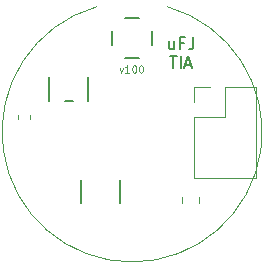
<source format=gbr>
G04 #@! TF.GenerationSoftware,KiCad,Pcbnew,5.99.0-unknown-4135f0c~100~ubuntu18.04.1*
G04 #@! TF.CreationDate,2019-11-01T15:59:21-04:00*
G04 #@! TF.ProjectId,tia,7469612e-6b69-4636-9164-5f7063625858,rev?*
G04 #@! TF.SameCoordinates,Original*
G04 #@! TF.FileFunction,Legend,Top*
G04 #@! TF.FilePolarity,Positive*
%FSLAX46Y46*%
G04 Gerber Fmt 4.6, Leading zero omitted, Abs format (unit mm)*
G04 Created by KiCad (PCBNEW 5.99.0-unknown-4135f0c~100~ubuntu18.04.1) date 2019-11-01 15:59:21*
%MOMM*%
%LPD*%
G04 APERTURE LIST*
%ADD10C,0.100000*%
%ADD11C,0.200000*%
%ADD12C,0.120000*%
%ADD13C,0.152400*%
G04 APERTURE END LIST*
D10*
X198950000Y-94571428D02*
X199092857Y-94971428D01*
X199235714Y-94571428D01*
X199778571Y-94971428D02*
X199435714Y-94971428D01*
X199607142Y-94971428D02*
X199607142Y-94371428D01*
X199550000Y-94457142D01*
X199492857Y-94514285D01*
X199435714Y-94542857D01*
X200150000Y-94371428D02*
X200207142Y-94371428D01*
X200264285Y-94400000D01*
X200292857Y-94428571D01*
X200321428Y-94485714D01*
X200350000Y-94600000D01*
X200350000Y-94742857D01*
X200321428Y-94857142D01*
X200292857Y-94914285D01*
X200264285Y-94942857D01*
X200207142Y-94971428D01*
X200150000Y-94971428D01*
X200092857Y-94942857D01*
X200064285Y-94914285D01*
X200035714Y-94857142D01*
X200007142Y-94742857D01*
X200007142Y-94600000D01*
X200035714Y-94485714D01*
X200064285Y-94428571D01*
X200092857Y-94400000D01*
X200150000Y-94371428D01*
X200721428Y-94371428D02*
X200778571Y-94371428D01*
X200835714Y-94400000D01*
X200864285Y-94428571D01*
X200892857Y-94485714D01*
X200921428Y-94600000D01*
X200921428Y-94742857D01*
X200892857Y-94857142D01*
X200864285Y-94914285D01*
X200835714Y-94942857D01*
X200778571Y-94971428D01*
X200721428Y-94971428D01*
X200664285Y-94942857D01*
X200635714Y-94914285D01*
X200607142Y-94857142D01*
X200578571Y-94742857D01*
X200578571Y-94600000D01*
X200607142Y-94485714D01*
X200635714Y-94428571D01*
X200664285Y-94400000D01*
X200721428Y-94371428D01*
D11*
X203554761Y-92330714D02*
X203554761Y-92997380D01*
X203126190Y-92330714D02*
X203126190Y-92854523D01*
X203173809Y-92949761D01*
X203269047Y-92997380D01*
X203411904Y-92997380D01*
X203507142Y-92949761D01*
X203554761Y-92902142D01*
X204364285Y-92473571D02*
X204030952Y-92473571D01*
X204030952Y-92997380D02*
X204030952Y-91997380D01*
X204507142Y-91997380D01*
X205173809Y-91997380D02*
X205173809Y-92711666D01*
X205126190Y-92854523D01*
X205030952Y-92949761D01*
X204888095Y-92997380D01*
X204792857Y-92997380D01*
X203197619Y-93607380D02*
X203769047Y-93607380D01*
X203483333Y-94607380D02*
X203483333Y-93607380D01*
X204102380Y-94607380D02*
X204102380Y-93607380D01*
X204530952Y-94321666D02*
X205007142Y-94321666D01*
X204435714Y-94607380D02*
X204769047Y-93607380D01*
X205102380Y-94607380D01*
D12*
X203010749Y-89407366D02*
G75*
G02X196980000Y-89410000I-3010749J-10592634D01*
G01*
D11*
X198275000Y-91440000D02*
X198275000Y-92640000D01*
X199400000Y-93765000D02*
X200600000Y-93765000D01*
X201725000Y-91440000D02*
X201725000Y-92640000D01*
X199400000Y-90315000D02*
X200600000Y-90315000D01*
D12*
X205270000Y-103910000D02*
X210470000Y-103910000D01*
X205270000Y-98770000D02*
X205270000Y-103910000D01*
X210470000Y-96170000D02*
X210470000Y-103910000D01*
X205270000Y-98770000D02*
X207870000Y-98770000D01*
X207870000Y-98770000D02*
X207870000Y-96170000D01*
X207870000Y-96170000D02*
X210470000Y-96170000D01*
X205270000Y-97500000D02*
X205270000Y-96170000D01*
X205270000Y-96170000D02*
X206600000Y-96170000D01*
D13*
X196301000Y-97363300D02*
X196301000Y-95356700D01*
X194312139Y-97363300D02*
X194987861Y-97363300D01*
X192999000Y-95356700D02*
X192999000Y-97363300D01*
X195699000Y-104046700D02*
X195699000Y-106053300D01*
X199001000Y-106053300D02*
X199001000Y-104046700D01*
D12*
X190340000Y-98912779D02*
X190340000Y-98587221D01*
X191360000Y-98912779D02*
X191360000Y-98587221D01*
X205650000Y-105541422D02*
X205650000Y-106058578D01*
X204230000Y-105541422D02*
X204230000Y-106058578D01*
M02*

</source>
